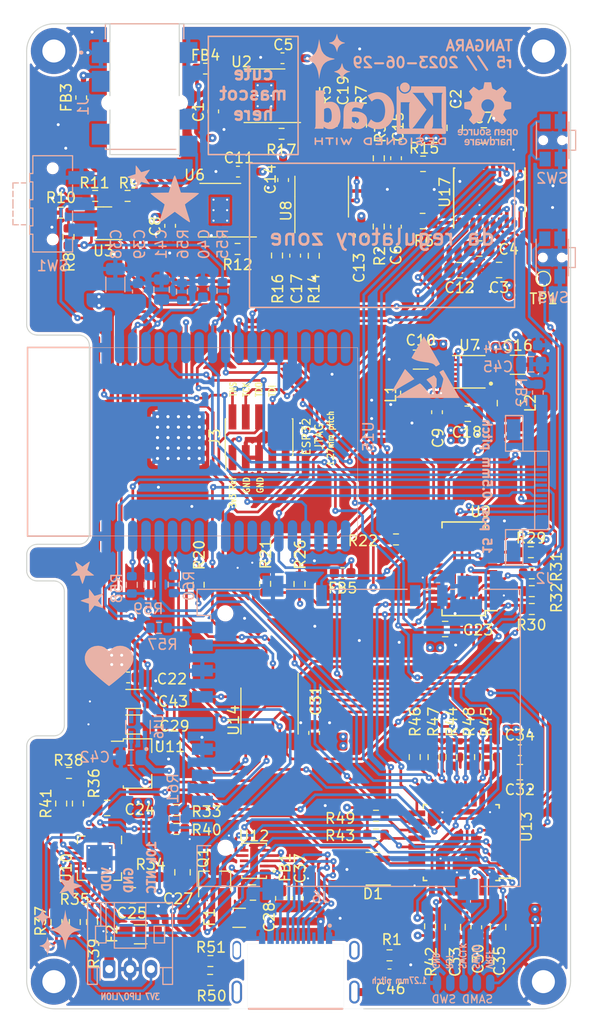
<source format=kicad_pcb>
(kicad_pcb (version 20221018) (generator pcbnew)

  (general
    (thickness 1.566672)
  )

  (paper "A4")
  (title_block
    (comment 4 "AISLER Project ID: ATEUINQR")
  )

  (layers
    (0 "F.Cu" signal)
    (1 "In1.Cu" signal)
    (2 "In2.Cu" signal)
    (31 "B.Cu" signal)
    (32 "B.Adhes" user "B.Adhesive")
    (33 "F.Adhes" user "F.Adhesive")
    (34 "B.Paste" user)
    (35 "F.Paste" user)
    (36 "B.SilkS" user "B.Silkscreen")
    (37 "F.SilkS" user "F.Silkscreen")
    (38 "B.Mask" user)
    (39 "F.Mask" user)
    (40 "Dwgs.User" user "User.Drawings")
    (41 "Cmts.User" user "User.Comments")
    (42 "Eco1.User" user "User.Eco1")
    (43 "Eco2.User" user "User.Eco2")
    (44 "Edge.Cuts" user)
    (45 "Margin" user)
    (46 "B.CrtYd" user "B.Courtyard")
    (47 "F.CrtYd" user "F.Courtyard")
    (48 "B.Fab" user)
    (49 "F.Fab" user)
    (50 "User.1" user)
    (51 "User.2" user)
    (52 "User.3" user)
    (53 "User.4" user)
    (54 "User.5" user)
    (55 "User.6" user)
    (56 "User.7" user)
    (57 "User.8" user)
    (58 "User.9" user)
  )

  (setup
    (stackup
      (layer "F.SilkS" (type "Top Silk Screen") (color "White"))
      (layer "F.Paste" (type "Top Solder Paste"))
      (layer "F.Mask" (type "Top Solder Mask") (color "Purple") (thickness 0.0254))
      (layer "F.Cu" (type "copper") (thickness 0.04318))
      (layer "dielectric 1" (type "prepreg") (thickness 0.202184) (material "FR408-HR") (epsilon_r 3.69) (loss_tangent 0.0091))
      (layer "In1.Cu" (type "copper") (thickness 0.017272))
      (layer "dielectric 2" (type "core") (thickness 0.9906) (material "FR408-HR") (epsilon_r 3.69) (loss_tangent 0.0091))
      (layer "In2.Cu" (type "copper") (thickness 0.017272))
      (layer "dielectric 3" (type "prepreg") (thickness 0.202184) (material "FR408-HR") (epsilon_r 3.69) (loss_tangent 0.0091))
      (layer "B.Cu" (type "copper") (thickness 0.04318))
      (layer "B.Mask" (type "Bottom Solder Mask") (color "Purple") (thickness 0.0254))
      (layer "B.Paste" (type "Bottom Solder Paste"))
      (layer "B.SilkS" (type "Bottom Silk Screen") (color "White"))
      (copper_finish "ENIG")
      (dielectric_constraints no)
    )
    (pad_to_mask_clearance 0.0508)
    (aux_axis_origin 117.25 51)
    (grid_origin 156.898211 0)
    (pcbplotparams
      (layerselection 0x00010fc_ffffffff)
      (plot_on_all_layers_selection 0x0000000_00000000)
      (disableapertmacros false)
      (usegerberextensions true)
      (usegerberattributes true)
      (usegerberadvancedattributes true)
      (creategerberjobfile true)
      (dashed_line_dash_ratio 12.000000)
      (dashed_line_gap_ratio 3.000000)
      (svgprecision 6)
      (plotframeref false)
      (viasonmask false)
      (mode 1)
      (useauxorigin false)
      (hpglpennumber 1)
      (hpglpenspeed 20)
      (hpglpendiameter 15.000000)
      (dxfpolygonmode true)
      (dxfimperialunits true)
      (dxfusepcbnewfont true)
      (psnegative false)
      (psa4output false)
      (plotreference true)
      (plotvalue true)
      (plotinvisibletext false)
      (sketchpadsonfab false)
      (subtractmaskfromsilk false)
      (outputformat 1)
      (mirror false)
      (drillshape 0)
      (scaleselection 1)
      (outputdirectory "gerbers2")
    )
  )

  (net 0 "")
  (net 1 "GND")
  (net 2 "/ESP_EN")
  (net 3 "BAT_LEVEL")
  (net 4 "SYS_POWER")
  (net 5 "USB.DP")
  (net 6 "USB.DN")
  (net 7 "~{3.5mm_DETECT}")
  (net 8 "/JTAG.TMS")
  (net 9 "/JTAG.TCK")
  (net 10 "/JTAG.TDO")
  (net 11 "/JTAG.TDI")
  (net 12 "/SWD.SWDIO")
  (net 13 "/SWD.SWCLK")
  (net 14 "/SWD.RESET")
  (net 15 "/Power/NTC")
  (net 16 "~{CHG_PWR_OK}")
  (net 17 "I2C.SCL")
  (net 18 "/Power/VBUS_RAW")
  (net 19 "I2C.SDA")
  (net 20 "ESP_SPI.PICO")
  (net 21 "/Peripherals/~{DISPLAY_RST}")
  (net 22 "ESP_SPI.SCLK")
  (net 23 "ESP_SPI.DISPLAY_CS")
  (net 24 "DISPLAY_LED_EN")
  (net 25 "/ESP_BOOT")
  (net 26 "~{SD_VDD_EN}")
  (net 27 "/UART.ESP.TX")
  (net 28 "ESP_SPI.POCI")
  (net 29 "DAC.DATA")
  (net 30 "DAC.BCK")
  (net 31 "ESP_SPI.SD_CS")
  (net 32 "DAC.LRCK")
  (net 33 "SAMD_SPI.POCI")
  (net 34 "/UART.ESP.RX")
  (net 35 "SAMD_SPI.CS")
  (net 36 "SAMD_SPI.PICO")
  (net 37 "/~{SAMD_INT}")
  (net 38 "SAMD_SPI.SCLK")
  (net 39 "CHG_SEL")
  (net 40 "AMP_EN")
  (net 41 "/Power/VBUS_SWITCHED")
  (net 42 "~{GPIO_INT}")
  (net 43 "USB_TCC0")
  (net 44 "USB_TCC1")
  (net 45 "KEY_LOCK")
  (net 46 "CHG_STAT1")
  (net 47 "CHG_STAT2")
  (net 48 "~{TOUCH_INT}")
  (net 49 "DISPLAY_DR")
  (net 50 "+3V3")
  (net 51 "+5VA")
  (net 52 "-5VA")
  (net 53 "KEY_VOL_UP")
  (net 54 "Net-(J7-Pin_1)")
  (net 55 "/Audio/TIP_SW")
  (net 56 "KEY_VOL_DOWN")
  (net 57 "Net-(J4-CD{slash}DAT3)")
  (net 58 "Net-(J4-CMD)")
  (net 59 "Net-(J4-CLK)")
  (net 60 "Net-(J4-DAT0)")
  (net 61 "Net-(J4-DAT1)")
  (net 62 "Net-(J4-DAT2)")
  (net 63 "unconnected-(J1-Pad6)")
  (net 64 "/Power/CC1")
  (net 65 "/Power/CC2")
  (net 66 "Net-(U10-V_{BAT_SENSE})")
  (net 67 "Net-(U13-VDDCORE)")
  (net 68 "unconnected-(J3-UART_TX-Pad7)")
  (net 69 "unconnected-(J3-UART_RX-Pad9)")
  (net 70 "unconnected-(J3-nRst-Pad10)")
  (net 71 "unconnected-(J6-SBU1-PadA8)")
  (net 72 "unconnected-(J6-SBU2-PadB8)")
  (net 73 "Net-(U7-SWN)")
  (net 74 "Net-(U7-SWP)")
  (net 75 "Net-(Q1-G)")
  (net 76 "Net-(U6-OUT)")
  (net 77 "Net-(U2-OUT)")
  (net 78 "Net-(U8B--)")
  (net 79 "Net-(U3--)")
  (net 80 "Net-(U3-+)")
  (net 81 "Net-(U6-BW)")
  (net 82 "Net-(U8A--)")
  (net 83 "Net-(U2-BW)")
  (net 84 "Net-(U14E-~{OE})")
  (net 85 "Net-(U14E-S)")
  (net 86 "Net-(U10-VPCC)")
  (net 87 "Net-(U10-CE)")
  (net 88 "Net-(U10-PROG3)")
  (net 89 "Net-(U10-PROG2)")
  (net 90 "Net-(U10-PROG1)")
  (net 91 "unconnected-(SW1-A-Pad1)")
  (net 92 "unconnected-(U2-NC-Pad2)")
  (net 93 "Net-(U2-IN)")
  (net 94 "unconnected-(U2-NC-Pad5)")
  (net 95 "unconnected-(U2-NC-Pad8)")
  (net 96 "unconnected-(U6-NC-Pad2)")
  (net 97 "Net-(U6-IN)")
  (net 98 "unconnected-(U6-NC-Pad5)")
  (net 99 "unconnected-(U6-NC-Pad8)")
  (net 100 "unconnected-(U9-IO0_6-Pad10)")
  (net 101 "unconnected-(U9-IO1_6-Pad19)")
  (net 102 "unconnected-(U9-IO1_7-Pad20)")
  (net 103 "unconnected-(U12-ORIENT-Pad8)")
  (net 104 "unconnected-(U12-SWMONI-Pad9)")
  (net 105 "unconnected-(U13-SERCOM3.1-Pad22)")
  (net 106 "unconnected-(U15-I39{slash}NOINT-Pad5)")
  (net 107 "unconnected-(U15-SHD{slash}SD2-Pad17)")
  (net 108 "unconnected-(U15-SWP{slash}SD3-Pad18)")
  (net 109 "unconnected-(U15-SCS{slash}CMD-Pad19)")
  (net 110 "unconnected-(U15-SCK{slash}CLK-Pad20)")
  (net 111 "unconnected-(U15-SDO{slash}SD0-Pad21)")
  (net 112 "unconnected-(U15-SDI{slash}SD1-Pad22)")
  (net 113 "unconnected-(U15-IO16-Pad27)")
  (net 114 "unconnected-(U15-IO17-Pad28)")
  (net 115 "unconnected-(U15-NC-Pad32)")
  (net 116 "Net-(C46-Pad1)")
  (net 117 "Net-(J2-Pin_13)")
  (net 118 "Net-(FB3-Pad2)")
  (net 119 "Net-(FB4-Pad2)")
  (net 120 "Net-(J4-VDD)")
  (net 121 "unconnected-(U16-NC-Pad4)")
  (net 122 "unconnected-(U9-IO1_3-Pad16)")
  (net 123 "unconnected-(U9-IO1_4-Pad17)")
  (net 124 "unconnected-(U9-IO1_5-Pad18)")
  (net 125 "Net-(U12-VBUS)")
  (net 126 "Net-(Q1-S)")
  (net 127 "DAC.MCK")
  (net 128 "SD_CD")
  (net 129 "Net-(U17-CPCA)")
  (net 130 "Net-(U17-CPCB)")
  (net 131 "Net-(U8B-+)")
  (net 132 "Net-(U17-VMID)")
  (net 133 "Net-(U17-CPVOUTN)")
  (net 134 "Net-(U8A-+)")
  (net 135 "Net-(U17-LINEVOUTL)")
  (net 136 "Net-(U17-LINEVOUTR)")
  (net 137 "Net-(U17-ZFLAG)")

  (footprint "Package_TO_SOT_SMD:TSOT-23" (layer "F.Cu") (at 135.452345 133.388254 90))

  (footprint "Fuse:Fuse_1206_3216Metric" (layer "F.Cu") (at 128.398922 138.476211))

  (footprint "MountingHole:MountingHole_2.2mm_M2_Pad" (layer "F.Cu") (at 166.9 143))

  (footprint "Inductor_SMD:L_1008_2520Metric" (layer "F.Cu") (at 154.359495 86.82128 90))

  (footprint "Capacitor_SMD:C_0805_2012Metric" (layer "F.Cu") (at 125.2 126.4 180))

  (footprint "Resistor_SMD:R_0603_1608Metric" (layer "F.Cu") (at 152.186764 140.485079 180))

  (footprint "Resistor_SMD:R_0603_1608Metric" (layer "F.Cu") (at 122.1 137.3 -90))

  (footprint "Package_DFN_QFN:QFN-20-1EP_4x4mm_P0.5mm_EP2.5x2.5mm_ThermalVias" (layer "F.Cu") (at 124.4625 131.2 -90))

  (footprint "Capacitor_SMD:C_0805_2012Metric" (layer "F.Cu") (at 127.65 134.75))

  (footprint "Capacitor_SMD:C_0603_1608Metric" (layer "F.Cu") (at 152.803951 70.835344 90))

  (footprint "Package_SO:SSOP-24_3.9x8.7mm_P0.635mm" (layer "F.Cu") (at 159.283585 103.539839 180))

  (footprint "Resistor_SMD:R_0603_1608Metric" (layer "F.Cu") (at 150.895998 127.14459))

  (footprint "Capacitor_SMD:C_0603_1608Metric" (layer "F.Cu") (at 156.730823 88.571527 -90))

  (footprint "Resistor_SMD:R_0603_1608Metric" (layer "F.Cu") (at 120.35 137.3 90))

  (footprint "Resistor_SMD:R_0603_1608Metric" (layer "F.Cu") (at 165.791164 107.382484 180))

  (footprint "Capacitor_SMD:C_0603_1608Metric" (layer "F.Cu") (at 127.199942 113.92247))

  (footprint "Resistor_SMD:R_0603_1608Metric" (layer "F.Cu") (at 151.15682 70.827524 90))

  (footprint "Capacitor_SMD:C_0603_1608Metric" (layer "F.Cu") (at 149.420505 71.705264 -90))

  (footprint "Resistor_SMD:R_0603_1608Metric" (layer "F.Cu") (at 121.55 123.05 180))

  (footprint "Capacitor_SMD:C_0603_1608Metric" (layer "F.Cu") (at 152.813265 64.295639 -90))

  (footprint "Resistor_SMD:R_0603_1608Metric" (layer "F.Cu") (at 120.775 69.5))

  (footprint "Capacitor_SMD:C_0603_1608Metric" (layer "F.Cu") (at 135.33595 59.823358 -90))

  (footprint "footprints:BD91N01NUX-E2" (layer "F.Cu") (at 139.243272 131.449176 180))

  (footprint "Capacitor_SMD:C_0805_2012Metric" (layer "F.Cu") (at 162.665383 74.980636 180))

  (footprint "Capacitor_SMD:C_0603_1608Metric" (layer "F.Cu") (at 131.216911 70.760708 -90))

  (footprint "Resistor_SMD:R_0603_1608Metric" (layer "F.Cu") (at 123.75 137.3 -90))

  (footprint "Capacitor_SMD:C_0805_2012Metric" (layer "F.Cu") (at 158.250275 137.782994 90))

  (footprint "Inductor_SMD:L_0603_1608Metric" (layer "F.Cu") (at 141.810723 135.018827 90))

  (footprint "Capacitor_SMD:C_1206_3216Metric" (layer "F.Cu") (at 127.689634 115.979174))

  (footprint "Resistor_SMD:R_0603_1608Metric" (layer "F.Cu") (at 120.8 125.975 -90))

  (footprint "Resistor_SMD:R_0603_1608Metric" (layer "F.Cu") (at 141.870511 61.969134 180))

  (footprint "Resistor_SMD:R_0603_1608Metric" (layer "F.Cu") (at 127.15 67.9 180))

  (footprint "Capacitor_SMD:C_0603_1608Metric" (layer "F.Cu") (at 143.169075 73.607873 -90))

  (footprint "Capacitor_SMD:C_0603_1608Metric" (layer "F.Cu") (at 141.956848 54.741656 180))

  (footprint "Capacitor_SMD:C_0805_2012Metric" (layer "F.Cu") (at 132.4 132.55 -90))

  (footprint "Capacitor_SMD:C_0603_1608Metric" (layer "F.Cu") (at 137.699757 65.581114 180))

  (footprint "Package_SO:SO-8_3.9x4.9mm_P1.27mm" (layer "F.Cu") (at 145.703945 67.970736 90))

  (footprint "Capacitor_SMD:C_0603_1608Metric" (layer "F.Cu") (at 143.420241 135.021258 90))

  (footprint "Resistor_SMD:R_0603_1608Metric" (layer "F.Cu") (at 152.808805 100.732369 180))

  (footprint "Capacitor_SMD:C_0805_2012Metric" (layer "F.Cu") (at 159.669975 88.722187))

  (footprint "Resistor_SMD:R_0603_1608Metric" (layer "F.Cu") (at 129.375 133 180))

  (footprint "Resistor_SMD:R_0603_1608Metric" (layer "F.Cu") (at 135.064421 141.033811))

  (footprint "TestPoint:TestPoint_Pad_D1.0mm" (layer "F.Cu") (at 166.898808 75.81181))

  (footprint "Inductor_SMD:L_1008_2520Metric" (layer "F.Cu") (at 163.602982 87.707661 -90))

  (footprint "Capacitor_SMD:C_0805_2012Metric" (layer "F.Cu") (at 158.888235 74.994557 180))

  (footprint "Capacitor_SMD:C_0805_2012Metric" (layer "F.Cu") (at 160.768694 72.928284 180))

  (footprint "Capacitor_SMD:C_0603_1608Metric" (layer "F.Cu") (at 152.188244 142.303004))

  (footprint "Resistor_SMD:R_0603_1608Metric" (layer "F.Cu") (at 124.05 67.9 180))

  (footprint "Resistor_SMD:R_0603_1608Metric" (layer "F.Cu")
    (tstamp 864e2106-cf6d-450c-b719-e3a1658014b1)
    (at 156.071347 137.704217 90)
    (descr "Resistor SMD 0603 (1608 Metric), square (rectangular) end terminal, IPC_7351 nominal, (Body size source: IPC-SM-782 page 72, https://www.pcb-3d.com/wordpress/wp-content/uploads/ipc-sm-782a_amendment_1_and_2.pdf), generated with kicad-footprint-generator")
    (tags "resistor")
    (property "MPN" "ERJ-3RBD1001V")
    (property "Sheetfile" "gay-ipod.kicad_sch")
    (property "Sheetname" "")
    (property "ki_description" "Resistor, small symbol")
    (property "ki_keywords" "R resistor")
    (path "/dbddcea6-fc6c-47fc-9ac8-b5fda94bffca")
    (attr smd)
    (fp_text reference "R42" (at -3.399684 0.097265 90) (layer "F.SilkS")
        (effects (font (size 1 1) (thickness 0.15)))
      (tstamp 17af1000-073a-4504-8f18-9bf02adf36d2)
    )
    (fp_text value "1k" (at 0 1.43 90) (layer "F.Fab")
        (effects (font (size 1 1) (thickness 0.15)))
      (tstamp 3ef7568f-b244-4ade-b8be-30fe47d33ef0)
    )
    (fp_text user "${REFERENCE}" (at 0 0 90) (layer "F.Fab")
        (effects (font (size 0.4 0.4) (thickness 0.06)))
      (tstamp 927e7022-be71-495b-ba8f-8e5039ba852a)
    )
    (fp_line (start -0.237258 -0.5225) (end 0.237258 -0.5225)
      (stroke (width 0.12) (type solid)) (layer "F.SilkS") (tstamp 56480b4e-6e56-4c12-8eb3-b5237e35da12))
    (fp_line (start -0.237258 0.5225) (end 0.237258 0.5225)
      (stroke (width 0.12) (type solid)) (layer "F.SilkS") (tstamp 9775192a-bc3d-48c7-9d4c-79cb915dad6f))
    (fp_line (start -1.48 -0.73) (end 1.48 -0.73)
      (stroke (width 0.05) (type solid)) (layer "F.CrtYd") (tstamp ea45ee24-072a-4641-ae30-1b0d4d25ea11))
    (fp_line (start -1.48 0.73) (end -1.48 -0.73)
      (stroke (width 0.05) (type solid)) (layer "F.CrtYd") (tstamp adb94d3d-4613-477a-897c-14d9dcf96d0e))
    (fp_line (start 1.48 -0.73) (end 1.48 0.73)
      (stroke (width 0.05) (type solid)) (layer "F.CrtYd") (tstamp 618effda-782c-4dfe-a94a-839bee17c3f0))
    (fp_line (start 1.48 0.73) (end -1.48 0.73)
      (stroke (width 0.05) (type solid)) (layer "F.CrtYd") (tstamp 46545cef-a1f6-4003-9dd3-2609e0bd3fb0))
    (fp_line (start -0.8 -0.4125) (end 0.8 -0.4125)
      (stroke (width 0.1) (type solid)) (layer "F.Fab") (tstamp 00c83eac-3327-4654-97a1-179522a9857c))
    (fp_line (start -0.8 0.4125) (end -0.8 -0.4125)
      (stroke (width 0.1) (type solid)) (layer "F.Fab") (tstamp 4efb1c36-f98c-4208-8148-e5b2a97e0f42))
    (fp_line (start 0.8 -0.4125) (end 0.8 0.4125)
      (stroke (width 0.1) (type solid)) (layer "F.Fab") (tstamp b985e532-fc1d-4b94-9ff9-7e7bf75fab80))
    (fp_line (start 0.8 0.4125) (end -0.8 0.4125)
      (stroke (width 0.1) (type solid)) (layer "F.Fab") (tstamp 95ef6347-7edc-419c-a4c2-66a676ba0aaf))
    (pad "1" smd roundrect (at -0.825 0 90) (size 0.8 0.95) (layers "F.Cu" "F.Paste" "F.Mask") (roundrect_rratio 0.25)
      (net 50 "+3V3") (pintype "passive") (tstamp d8f2c814-a782-42a0-9694-9f212e3292dd))
    (pad "2" smd roundrect (at 0.825 0 90) (size 0.8 0.95) (layers "F.Cu" "F.Paste" "F.Mask") (roundrect_rratio 0.25)
      (net 13 "/SWD.SWCLK") (pintype "passive") (tstamp 155deaf5-135d-460a-8acf-0d98b670d193))
    (model "${KICAD6_3DMODEL_DIR}/Resistor_SMD.3d
... [3664113 chars truncated]
</source>
